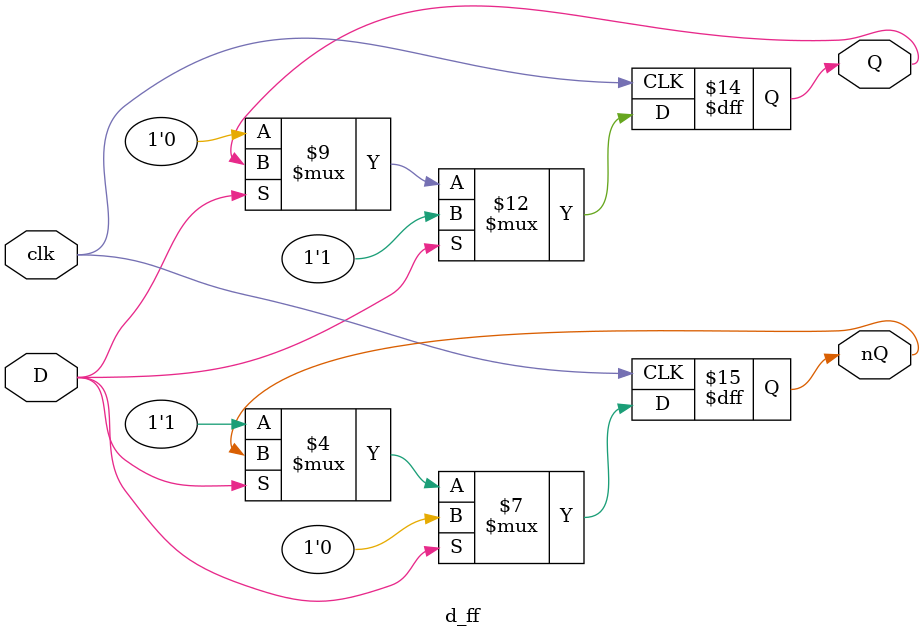
<source format=v>
`timescale 1ns / 1ps
module d_ff(clk, D, Q, nQ);
input clk;
input D;
output reg Q;
output reg nQ;

always @(posedge clk)
begin
if (D==1)begin
	Q<=1;
	nQ<=0;
end
else if (D==0) begin
	Q<=0;
	nQ<=1;
end
end

endmodule

</source>
